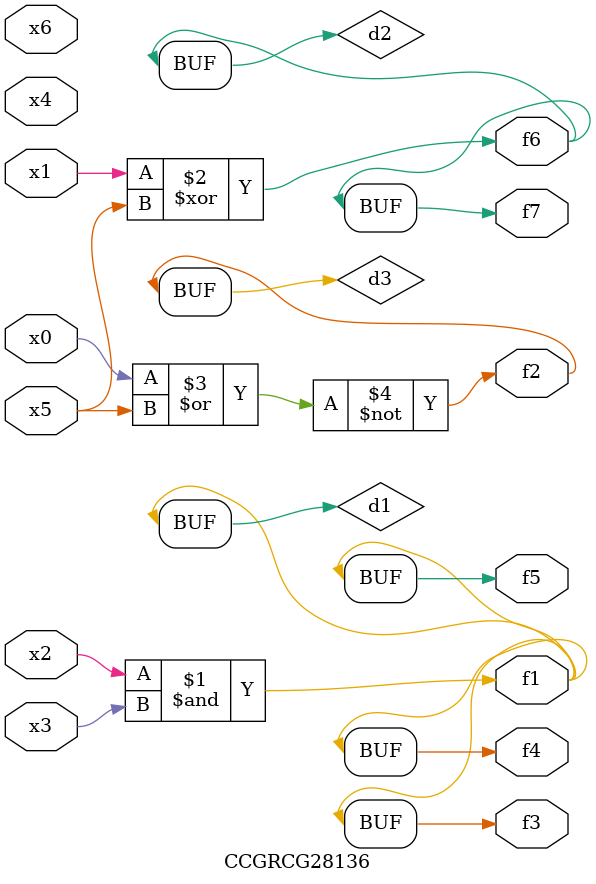
<source format=v>
module CCGRCG28136(
	input x0, x1, x2, x3, x4, x5, x6,
	output f1, f2, f3, f4, f5, f6, f7
);

	wire d1, d2, d3;

	and (d1, x2, x3);
	xor (d2, x1, x5);
	nor (d3, x0, x5);
	assign f1 = d1;
	assign f2 = d3;
	assign f3 = d1;
	assign f4 = d1;
	assign f5 = d1;
	assign f6 = d2;
	assign f7 = d2;
endmodule

</source>
